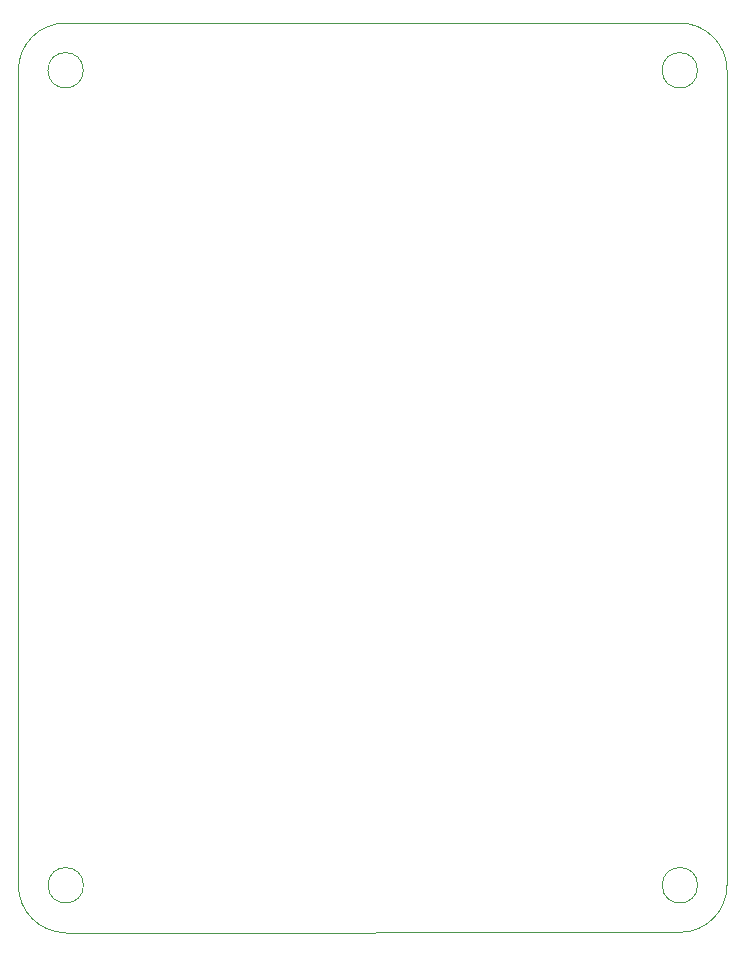
<source format=gm1>
G04 #@! TF.GenerationSoftware,KiCad,Pcbnew,7.0.1*
G04 #@! TF.CreationDate,2023-10-12T07:55:19+02:00*
G04 #@! TF.ProjectId,Drv_board,4472765f-626f-4617-9264-2e6b69636164,rev?*
G04 #@! TF.SameCoordinates,Original*
G04 #@! TF.FileFunction,Profile,NP*
%FSLAX46Y46*%
G04 Gerber Fmt 4.6, Leading zero omitted, Abs format (unit mm)*
G04 Created by KiCad (PCBNEW 7.0.1) date 2023-10-12 07:55:19*
%MOMM*%
%LPD*%
G01*
G04 APERTURE LIST*
G04 #@! TA.AperFunction,Profile*
%ADD10C,0.100000*%
G04 #@! TD*
G04 APERTURE END LIST*
D10*
X157500000Y-74000000D02*
G75*
G03*
X157500000Y-74000000I-1500000J0D01*
G01*
X103999963Y-147012181D02*
X156002470Y-146987788D01*
X100000001Y-143000000D02*
G75*
G03*
X103999963Y-147012180I4012199J0D01*
G01*
X104000000Y-70000000D02*
G75*
G03*
X100000000Y-74000000I0J-4000000D01*
G01*
X105500000Y-74000000D02*
G75*
G03*
X105500000Y-74000000I-1500000J0D01*
G01*
X160000000Y-143000000D02*
X160000000Y-74000000D01*
X156002470Y-146987788D02*
G75*
G03*
X160000000Y-143000000I9730J3987788D01*
G01*
X100000000Y-74000000D02*
X100000000Y-143000000D01*
X157512200Y-143000000D02*
G75*
G03*
X157512200Y-143000000I-1500000J0D01*
G01*
X156000000Y-70000000D02*
X104000000Y-70000000D01*
X105512200Y-143000000D02*
G75*
G03*
X105512200Y-143000000I-1500000J0D01*
G01*
X160000000Y-74000000D02*
G75*
G03*
X156000000Y-70000000I-4000000J0D01*
G01*
M02*

</source>
